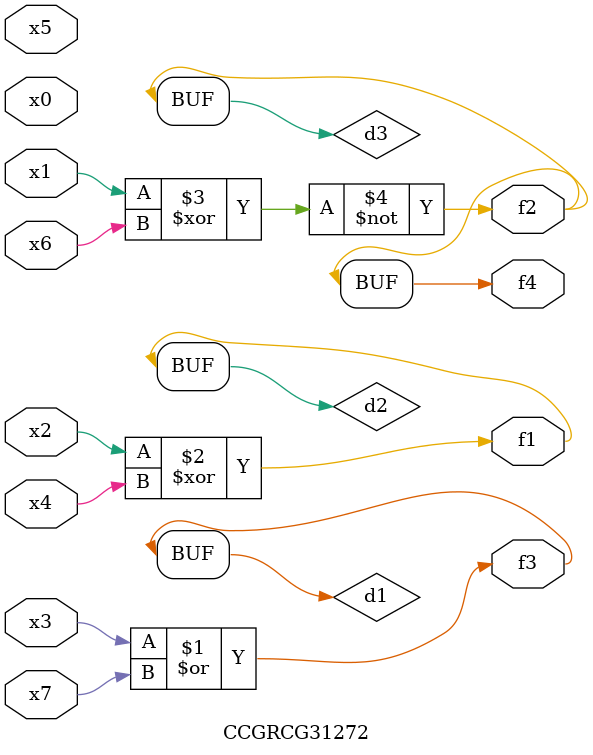
<source format=v>
module CCGRCG31272(
	input x0, x1, x2, x3, x4, x5, x6, x7,
	output f1, f2, f3, f4
);

	wire d1, d2, d3;

	or (d1, x3, x7);
	xor (d2, x2, x4);
	xnor (d3, x1, x6);
	assign f1 = d2;
	assign f2 = d3;
	assign f3 = d1;
	assign f4 = d3;
endmodule

</source>
